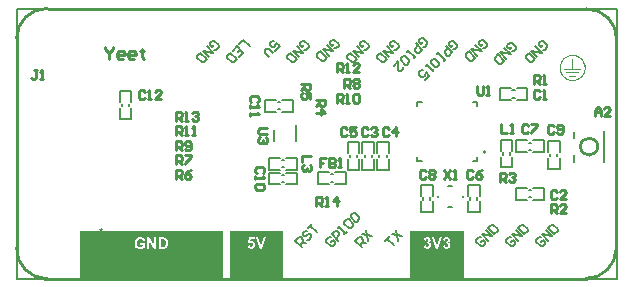
<source format=gbr>
%TF.GenerationSoftware,Altium Limited,Altium Designer,20.0.10 (225)*%
G04 Layer_Color=65535*
%FSLAX26Y26*%
%MOIN*%
%TF.FileFunction,Legend,Top*%
%TF.Part,Single*%
G01*
G75*
%TA.AperFunction,NonConductor*%
%ADD29C,0.005000*%
%ADD38C,0.010000*%
%ADD48C,0.005906*%
%ADD49C,0.007874*%
%ADD50C,0.006000*%
%ADD51C,0.000000*%
%ADD52C,0.010079*%
G36*
X698819Y14567D02*
X221513D01*
Y172047D01*
X698819D01*
Y14567D01*
D02*
G37*
G36*
X900356D02*
X723190D01*
Y172047D01*
X900356D01*
Y14567D01*
D02*
G37*
G36*
X1500906D02*
X1323740D01*
Y172047D01*
X1500906D01*
Y14567D01*
D02*
G37*
G36*
X1865766Y760474D02*
X1866321D01*
X1866876Y760419D01*
X1867542Y760308D01*
X1868319Y760252D01*
X1869096Y760141D01*
X1869984Y760030D01*
X1870927Y759864D01*
X1872925Y759475D01*
X1875145Y758920D01*
X1877532Y758254D01*
X1879974Y757422D01*
X1882527Y756367D01*
X1883859Y755757D01*
X1885135Y755146D01*
X1886467Y754425D01*
X1887744Y753648D01*
X1889076Y752815D01*
X1890352Y751927D01*
X1891629Y750984D01*
X1892905Y749985D01*
X1894126Y748875D01*
X1895347Y747709D01*
X1895403Y747654D01*
X1895514Y747543D01*
X1895680Y747376D01*
X1895902Y747154D01*
X1896180Y746821D01*
X1896513Y746433D01*
X1896901Y745933D01*
X1897345Y745434D01*
X1897845Y744823D01*
X1898344Y744213D01*
X1898844Y743491D01*
X1899399Y742714D01*
X1899954Y741882D01*
X1900564Y740994D01*
X1901175Y740050D01*
X1901785Y739051D01*
X1902951Y736942D01*
X1904116Y734556D01*
X1905171Y732058D01*
X1906170Y729339D01*
X1907002Y726453D01*
X1907335Y724954D01*
X1907613Y723400D01*
X1907835Y721846D01*
X1908001Y720237D01*
X1908112Y718572D01*
X1908168Y716907D01*
Y716851D01*
Y716685D01*
Y716463D01*
Y716130D01*
X1908112Y715686D01*
Y715131D01*
X1908057Y714576D01*
X1907946Y713854D01*
X1907890Y713133D01*
X1907779Y712300D01*
X1907668Y711468D01*
X1907502Y710524D01*
X1907113Y708471D01*
X1906558Y706251D01*
X1905892Y703920D01*
X1905060Y701422D01*
X1904005Y698869D01*
X1903395Y697537D01*
X1902784Y696261D01*
X1902063Y694929D01*
X1901286Y693597D01*
X1900453Y692320D01*
X1899565Y690988D01*
X1898622Y689712D01*
X1897623Y688435D01*
X1896513Y687214D01*
X1895347Y685993D01*
X1895292Y685938D01*
X1895181Y685827D01*
X1895014Y685660D01*
X1894792Y685438D01*
X1894459Y685161D01*
X1894071Y684828D01*
X1893571Y684439D01*
X1893072Y683995D01*
X1892461Y683551D01*
X1891851Y683052D01*
X1891129Y682497D01*
X1890352Y681942D01*
X1889520Y681387D01*
X1888632Y680776D01*
X1887688Y680221D01*
X1886689Y679611D01*
X1884580Y678445D01*
X1882194Y677280D01*
X1879696Y676170D01*
X1876977Y675226D01*
X1874091Y674394D01*
X1872592Y674061D01*
X1871038Y673783D01*
X1869484Y673561D01*
X1867875Y673395D01*
X1866210Y673284D01*
X1864545Y673228D01*
X1863768D01*
X1863324Y673284D01*
X1862769Y673339D01*
X1862214D01*
X1861492Y673450D01*
X1860771Y673506D01*
X1859938Y673617D01*
X1859106Y673728D01*
X1858162Y673894D01*
X1856109Y674283D01*
X1853889Y674838D01*
X1851558Y675504D01*
X1849060Y676336D01*
X1846507Y677391D01*
X1845175Y677946D01*
X1843899Y678612D01*
X1842567Y679333D01*
X1841235Y680055D01*
X1839958Y680887D01*
X1838626Y681775D01*
X1837350Y682719D01*
X1836073Y683773D01*
X1834852Y684828D01*
X1833631Y685993D01*
X1833576Y686049D01*
X1833465Y686160D01*
X1833298Y686326D01*
X1833076Y686604D01*
X1832799Y686881D01*
X1832466Y687270D01*
X1832077Y687769D01*
X1831633Y688269D01*
X1831189Y688879D01*
X1830690Y689545D01*
X1830135Y690211D01*
X1829580Y690988D01*
X1829025Y691821D01*
X1828414Y692709D01*
X1827859Y693652D01*
X1827249Y694651D01*
X1826083Y696816D01*
X1824918Y699202D01*
X1823808Y701700D01*
X1822864Y704419D01*
X1822032Y707361D01*
X1821699Y708859D01*
X1821421Y710413D01*
X1821199Y711967D01*
X1821033Y713577D01*
X1820922Y715242D01*
X1820866Y716907D01*
Y716962D01*
Y717129D01*
Y717351D01*
Y717684D01*
X1820922Y718128D01*
X1820977Y718683D01*
Y719238D01*
X1821088Y719904D01*
X1821144Y720681D01*
X1821255Y721458D01*
X1821366Y722346D01*
X1821532Y723289D01*
X1821921Y725287D01*
X1822476Y727507D01*
X1823142Y729894D01*
X1823974Y732336D01*
X1825029Y734889D01*
X1825584Y736221D01*
X1826250Y737497D01*
X1826971Y738829D01*
X1827693Y740106D01*
X1828525Y741438D01*
X1829413Y742714D01*
X1830357Y743991D01*
X1831411Y745267D01*
X1832466Y746488D01*
X1833631Y747709D01*
X1833687Y747765D01*
X1833798Y747876D01*
X1833964Y748042D01*
X1834242Y748264D01*
X1834519Y748542D01*
X1834908Y748875D01*
X1835407Y749263D01*
X1835907Y749707D01*
X1836517Y750207D01*
X1837183Y750706D01*
X1837849Y751206D01*
X1838626Y751761D01*
X1839459Y752316D01*
X1840347Y752926D01*
X1841290Y753537D01*
X1842289Y754147D01*
X1844454Y755313D01*
X1846840Y756478D01*
X1849338Y757533D01*
X1852057Y758532D01*
X1854999Y759364D01*
X1856497Y759697D01*
X1858051Y759975D01*
X1859605Y760197D01*
X1861215Y760363D01*
X1862880Y760474D01*
X1864545Y760530D01*
X1865322D01*
X1865766Y760474D01*
D02*
G37*
%LPC*%
G36*
X404105Y145838D02*
Y145810D01*
D01*
Y145838D01*
D02*
G37*
G36*
Y144363D02*
Y144281D01*
D01*
Y144363D01*
D02*
G37*
G36*
Y142616D02*
Y142561D01*
D01*
Y142616D01*
D02*
G37*
G36*
X423325Y152362D02*
X404105D01*
X422861D01*
X421878Y152335D01*
X420922Y152280D01*
X419994Y152198D01*
X419148Y152062D01*
X418356Y151925D01*
X417619Y151762D01*
X416909Y151598D01*
X416281Y151434D01*
X415735Y151243D01*
X415244Y151079D01*
X414807Y150915D01*
X414452Y150779D01*
X414179Y150642D01*
X413961Y150560D01*
X413851Y150506D01*
X413797Y150478D01*
X412923Y149987D01*
X412132Y149468D01*
X411367Y148922D01*
X410657Y148349D01*
X410002Y147749D01*
X409429Y147175D01*
X408883Y146602D01*
X408392Y146029D01*
X407982Y145510D01*
X407600Y145018D01*
X407272Y144582D01*
X407026Y144200D01*
X406835Y143872D01*
X406672Y143626D01*
X406590Y143490D01*
X406562Y143435D01*
X406126Y142561D01*
X405743Y141661D01*
X405416Y140760D01*
X405143Y139859D01*
X404897Y138985D01*
X404706Y138112D01*
X404542Y137265D01*
X404406Y136474D01*
X404324Y135737D01*
X404242Y135054D01*
X404187Y134453D01*
X404133Y133935D01*
Y133525D01*
X404105Y133361D01*
Y113296D01*
D01*
Y132952D01*
X404133Y131942D01*
X404215Y130959D01*
X404324Y130004D01*
X404460Y129075D01*
X404624Y128202D01*
X404815Y127383D01*
X405006Y126591D01*
X405225Y125881D01*
X405416Y125226D01*
X405607Y124625D01*
X405798Y124134D01*
X405962Y123697D01*
X406126Y123342D01*
X406235Y123097D01*
X406289Y122933D01*
X406317Y122878D01*
X406753Y122032D01*
X407245Y121240D01*
X407736Y120503D01*
X408282Y119821D01*
X408828Y119193D01*
X409374Y118592D01*
X409920Y118073D01*
X410439Y117609D01*
X410958Y117172D01*
X411422Y116818D01*
X411831Y116490D01*
X412214Y116244D01*
X412514Y116053D01*
X412732Y115889D01*
X412869Y115808D01*
X412923Y115780D01*
X413770Y115343D01*
X414643Y114961D01*
X415517Y114634D01*
X416418Y114333D01*
X417291Y114115D01*
X418138Y113897D01*
X418957Y113733D01*
X419748Y113596D01*
X420485Y113514D01*
X421168Y113432D01*
X421769Y113378D01*
X422287Y113323D01*
X422697D01*
X422861Y113296D01*
X439432D01*
Y134208D01*
X422997D01*
Y127820D01*
X431733D01*
Y123015D01*
X431050Y122523D01*
X430341Y122087D01*
X429658Y121704D01*
X429003Y121377D01*
X428703Y121240D01*
X428430Y121104D01*
X428184Y120995D01*
X427993Y120913D01*
X427829Y120831D01*
X427693Y120803D01*
X427611Y120749D01*
X427583D01*
X426683Y120448D01*
X425809Y120203D01*
X425017Y120039D01*
X424635Y119984D01*
X424280Y119930D01*
X423952Y119903D01*
X423680Y119875D01*
X423406Y119848D01*
X423188D01*
X423024Y119821D01*
X422779D01*
X421905Y119848D01*
X421059Y119957D01*
X420267Y120121D01*
X419530Y120339D01*
X418820Y120612D01*
X418165Y120885D01*
X417592Y121186D01*
X417046Y121513D01*
X416582Y121814D01*
X416145Y122114D01*
X415790Y122414D01*
X415490Y122660D01*
X415244Y122878D01*
X415080Y123042D01*
X414971Y123151D01*
X414943Y123178D01*
X414425Y123834D01*
X413961Y124571D01*
X413551Y125362D01*
X413224Y126181D01*
X412923Y127001D01*
X412705Y127847D01*
X412486Y128666D01*
X412350Y129485D01*
X412214Y130249D01*
X412132Y130959D01*
X412050Y131587D01*
X412022Y132160D01*
X411995Y132406D01*
Y132624D01*
X411968Y132788D01*
Y132952D01*
Y133088D01*
Y133170D01*
Y133225D01*
Y133252D01*
X411995Y134371D01*
X412104Y135436D01*
X412241Y136419D01*
X412432Y137347D01*
X412650Y138194D01*
X412896Y138958D01*
X413169Y139668D01*
X413442Y140296D01*
X413715Y140842D01*
X413988Y141306D01*
X414234Y141715D01*
X414452Y142043D01*
X414643Y142316D01*
X414780Y142507D01*
X414889Y142616D01*
X414916Y142643D01*
X415490Y143217D01*
X416117Y143708D01*
X416745Y144118D01*
X417401Y144500D01*
X418056Y144800D01*
X418738Y145046D01*
X419366Y145264D01*
X419994Y145428D01*
X420595Y145565D01*
X421113Y145674D01*
X421605Y145728D01*
X422041Y145783D01*
X422369Y145810D01*
X422642Y145838D01*
X422861D01*
X423461Y145810D01*
X424034Y145756D01*
X424608Y145674D01*
X425099Y145592D01*
X425591Y145455D01*
X426055Y145319D01*
X426464Y145182D01*
X426846Y145018D01*
X427174Y144855D01*
X427474Y144718D01*
X427747Y144582D01*
X427966Y144445D01*
X428129Y144363D01*
X428239Y144281D01*
X428320Y144227D01*
X428348Y144200D01*
X428757Y143899D01*
X429112Y143544D01*
X429440Y143189D01*
X429767Y142834D01*
X430040Y142480D01*
X430286Y142097D01*
X430505Y141743D01*
X430696Y141415D01*
X430859Y141087D01*
X430996Y140787D01*
X431132Y140514D01*
X431214Y140296D01*
X431296Y140105D01*
X431351Y139941D01*
X431378Y139859D01*
Y139832D01*
X438940Y141251D01*
X438695Y142207D01*
X438394Y143080D01*
X438039Y143927D01*
X437657Y144718D01*
X437248Y145428D01*
X436811Y146111D01*
X436401Y146711D01*
X435964Y147257D01*
X435555Y147749D01*
X435146Y148185D01*
X434791Y148540D01*
X434463Y148840D01*
X434217Y149086D01*
X433999Y149250D01*
X433890Y149359D01*
X433835Y149387D01*
X433071Y149905D01*
X432224Y150369D01*
X431351Y150779D01*
X430450Y151106D01*
X429549Y151407D01*
X428621Y151625D01*
X427720Y151844D01*
X426874Y151980D01*
X426055Y152117D01*
X425290Y152198D01*
X424608Y152280D01*
X424007Y152308D01*
X423761Y152335D01*
X423543D01*
X423325Y152362D01*
D02*
G37*
G36*
X404105Y137347D02*
Y137265D01*
D01*
Y137347D01*
D02*
G37*
G36*
X516226Y127383D02*
Y127301D01*
D01*
Y127383D01*
D02*
G37*
G36*
X476505Y151734D02*
X456345D01*
X469434D01*
Y126427D01*
X453928Y151734D01*
X446530D01*
Y113951D01*
X453600D01*
Y138685D01*
X468861Y113951D01*
X476505D01*
Y151734D01*
D02*
G37*
G36*
X516226Y125936D02*
Y125909D01*
D01*
Y125936D01*
D02*
G37*
G36*
X499246Y151734D02*
X484558D01*
Y113951D01*
X516226Y113951D01*
X499655Y113951D01*
X500392Y113978D01*
X501075Y114033D01*
X501730Y114088D01*
X502331Y114142D01*
X502904Y114197D01*
X503396Y114279D01*
X503860Y114361D01*
X504269Y114415D01*
X504624Y114497D01*
X504952Y114552D01*
X505197Y114634D01*
X505388Y114661D01*
X505552Y114716D01*
X505634Y114743D01*
X505661D01*
X506289Y114961D01*
X506863Y115180D01*
X507409Y115425D01*
X507927Y115671D01*
X508391Y115917D01*
X508828Y116162D01*
X509238Y116408D01*
X509593Y116654D01*
X509920Y116872D01*
X510193Y117091D01*
X510439Y117254D01*
X510657Y117418D01*
X510794Y117555D01*
X510930Y117664D01*
X510985Y117719D01*
X511012Y117746D01*
X511504Y118237D01*
X511940Y118783D01*
X512350Y119329D01*
X512759Y119875D01*
X513114Y120449D01*
X513442Y120995D01*
X513742Y121541D01*
X514015Y122059D01*
X514261Y122551D01*
X514479Y122987D01*
X514643Y123397D01*
X514780Y123752D01*
X514916Y124025D01*
X514998Y124243D01*
X515025Y124380D01*
X515053Y124434D01*
X515271Y125090D01*
X515435Y125745D01*
X515735Y127110D01*
X515953Y128447D01*
X516008Y129103D01*
X516090Y129703D01*
X516117Y130277D01*
X516172Y130795D01*
X516199Y131287D01*
Y131669D01*
X516226Y131996D01*
Y133443D01*
X516172Y134372D01*
X516117Y135273D01*
X516035Y136091D01*
X515926Y136883D01*
X515817Y137620D01*
X515708Y138303D01*
X515599Y138931D01*
X515489Y139477D01*
X515380Y139968D01*
X515271Y140378D01*
X515162Y140732D01*
X515080Y141033D01*
X515025Y141224D01*
X514998Y141360D01*
X514971Y141388D01*
X514725Y142043D01*
X514452Y142698D01*
X514179Y143299D01*
X513879Y143872D01*
X513578Y144418D01*
X513278Y144909D01*
X513005Y145374D01*
X512705Y145810D01*
X512432Y146192D01*
X512186Y146520D01*
X511968Y146820D01*
X511749Y147066D01*
X511586Y147257D01*
X511476Y147394D01*
X511394Y147476D01*
X511367Y147503D01*
X510903Y147967D01*
X510439Y148376D01*
X509947Y148759D01*
X509483Y149114D01*
X508992Y149414D01*
X508528Y149714D01*
X508064Y149960D01*
X507627Y150206D01*
X507217Y150397D01*
X506835Y150560D01*
X506508Y150697D01*
X506207Y150806D01*
X505989Y150888D01*
X505798Y150943D01*
X505689Y150997D01*
X505661D01*
X505170Y151134D01*
X504651Y151243D01*
X504078Y151352D01*
X503505Y151434D01*
X502303Y151543D01*
X501730Y151598D01*
X501157Y151652D01*
X500611Y151680D01*
X500120Y151707D01*
X499655D01*
X499246Y151734D01*
D02*
G37*
%LPD*%
G36*
X439432Y113296D02*
X423270D01*
X424144Y113323D01*
X425017Y113378D01*
X425863Y113460D01*
X426683Y113569D01*
X427474Y113705D01*
X428239Y113842D01*
X428948Y114006D01*
X429631Y114169D01*
X430231Y114333D01*
X430777Y114497D01*
X431269Y114634D01*
X431678Y114770D01*
X432033Y114879D01*
X432279Y114961D01*
X432416Y115016D01*
X432470Y115043D01*
X433289Y115371D01*
X434081Y115726D01*
X434818Y116081D01*
X435473Y116435D01*
X436101Y116790D01*
X436674Y117118D01*
X437193Y117445D01*
X437657Y117746D01*
X438067Y118046D01*
X438421Y118319D01*
X438749Y118537D01*
X438995Y118756D01*
X439186Y118920D01*
X439322Y119029D01*
X439404Y119111D01*
X439432Y119138D01*
Y113296D01*
D02*
G37*
G36*
X497198Y145319D02*
X497908D01*
X498536Y145292D01*
X499109Y145264D01*
X499628Y145237D01*
X500092Y145182D01*
X500474Y145155D01*
X500829Y145128D01*
X501102Y145073D01*
X501348Y145046D01*
X501539Y145018D01*
X501676Y144991D01*
X501785D01*
X501839Y144964D01*
X501867D01*
X502631Y144745D01*
X503341Y144500D01*
X503942Y144200D01*
X504460Y143899D01*
X504870Y143626D01*
X505034Y143517D01*
X505170Y143408D01*
X505279Y143326D01*
X505361Y143244D01*
X505388Y143217D01*
X505416Y143189D01*
X505907Y142643D01*
X506344Y142070D01*
X506699Y141470D01*
X507026Y140869D01*
X507245Y140350D01*
X507354Y140105D01*
X507436Y139913D01*
X507490Y139750D01*
X507545Y139641D01*
X507572Y139559D01*
Y139531D01*
X507709Y139067D01*
X507845Y138576D01*
X507927Y138030D01*
X508036Y137484D01*
X508173Y136364D01*
X508228Y135819D01*
X508255Y135300D01*
X508310Y134781D01*
X508337Y134317D01*
Y133907D01*
X508364Y133525D01*
Y133225D01*
Y133007D01*
Y132870D01*
Y132815D01*
Y132024D01*
X508337Y131259D01*
X508282Y130550D01*
X508255Y129894D01*
X508173Y129267D01*
X508118Y128720D01*
X508036Y128202D01*
X507982Y127738D01*
X507900Y127301D01*
X507818Y126946D01*
X507764Y126618D01*
X507709Y126373D01*
X507654Y126182D01*
X507600Y126018D01*
X507572Y125936D01*
Y125909D01*
X507436Y125444D01*
X507272Y125035D01*
X507108Y124625D01*
X506945Y124270D01*
X506781Y123943D01*
X506617Y123643D01*
X506453Y123370D01*
X506289Y123124D01*
X506153Y122906D01*
X506016Y122742D01*
X505880Y122578D01*
X505798Y122469D01*
X505689Y122359D01*
X505634Y122305D01*
X505607Y122278D01*
X505579Y122250D01*
X505088Y121868D01*
X504569Y121540D01*
X504078Y121267D01*
X503587Y121076D01*
X503150Y120913D01*
X502959Y120831D01*
X502795Y120776D01*
X502686Y120749D01*
X502577Y120722D01*
X502522Y120694D01*
X502495D01*
X502222Y120640D01*
X501894Y120585D01*
X501184Y120503D01*
X500420Y120421D01*
X499655Y120394D01*
X499300Y120367D01*
X498973D01*
X498673Y120339D01*
X492175D01*
Y145346D01*
X496434D01*
X497198Y145319D01*
D02*
G37*
%LPC*%
G36*
X842854Y152362D02*
X834746D01*
X825518Y124407D01*
X815936Y152362D01*
X807692D01*
X821178Y114579D01*
X829395D01*
X842854Y152362D01*
D02*
G37*
G36*
X804415Y151871D02*
X780692D01*
X785278D01*
X781565Y132215D01*
X787408Y131369D01*
X787872Y131860D01*
X788363Y132269D01*
X788855Y132652D01*
X789319Y132952D01*
X789810Y133225D01*
X790274Y133443D01*
X790711Y133634D01*
X791148Y133771D01*
X791530Y133907D01*
X791885Y133989D01*
X792212Y134044D01*
X792485Y134071D01*
X792704Y134099D01*
X792868Y134126D01*
X793004D01*
X793468Y134099D01*
X793905Y134044D01*
X794287Y133962D01*
X794697Y133853D01*
X795379Y133580D01*
X795679Y133416D01*
X795952Y133252D01*
X796198Y133088D01*
X796417Y132925D01*
X796608Y132788D01*
X796771Y132652D01*
X796881Y132542D01*
X796963Y132460D01*
X797017Y132406D01*
X797044Y132379D01*
X797317Y132024D01*
X797563Y131642D01*
X797782Y131259D01*
X797973Y130822D01*
X798109Y130386D01*
X798246Y129949D01*
X798437Y129103D01*
X798491Y128693D01*
X798546Y128338D01*
X798573Y128011D01*
X798601Y127710D01*
X798628Y127465D01*
Y127301D01*
Y127164D01*
Y127137D01*
X798601Y126454D01*
X798573Y125827D01*
X798491Y125226D01*
X798382Y124680D01*
X798273Y124189D01*
X798136Y123725D01*
X797973Y123315D01*
X797836Y122933D01*
X797700Y122605D01*
X797536Y122332D01*
X797399Y122087D01*
X797290Y121895D01*
X797181Y121732D01*
X797126Y121622D01*
X797072Y121568D01*
X797044Y121540D01*
X796744Y121213D01*
X796444Y120940D01*
X796116Y120694D01*
X795789Y120476D01*
X795461Y120312D01*
X795161Y120148D01*
X794560Y119930D01*
X794014Y119821D01*
X793796Y119766D01*
X793605Y119739D01*
X793441Y119711D01*
X793222D01*
X792868Y119739D01*
X792513Y119766D01*
X791830Y119930D01*
X791230Y120148D01*
X790711Y120421D01*
X790301Y120694D01*
X790110Y120803D01*
X789974Y120913D01*
X789865Y120995D01*
X789783Y121076D01*
X789728Y121104D01*
X789701Y121131D01*
X789428Y121404D01*
X789182Y121704D01*
X788800Y122332D01*
X788472Y122987D01*
X788227Y123615D01*
X788063Y124161D01*
X788008Y124407D01*
X787981Y124598D01*
X787926Y124762D01*
Y124898D01*
X787899Y124980D01*
Y125008D01*
X780692Y124243D01*
X780828Y123370D01*
X781047Y122578D01*
X781292Y121786D01*
X781565Y121076D01*
X781893Y120394D01*
X782221Y119793D01*
X782548Y119220D01*
X782903Y118701D01*
X783231Y118237D01*
X783558Y117855D01*
X783831Y117500D01*
X784104Y117227D01*
X784323Y117009D01*
X784486Y116845D01*
X784596Y116736D01*
X784623Y116708D01*
X785251Y116217D01*
X785933Y115780D01*
X786643Y115425D01*
X787353Y115098D01*
X788063Y114825D01*
X788773Y114606D01*
X789455Y114415D01*
X790110Y114279D01*
X790738Y114169D01*
X791312Y114060D01*
X791830Y114006D01*
X792267Y113978D01*
X792649Y113951D01*
X792922Y113924D01*
X806081D01*
Y127246D01*
X806053Y128284D01*
X805944Y129239D01*
X805780Y130167D01*
X805562Y131041D01*
X805316Y131833D01*
X805016Y132597D01*
X804716Y133280D01*
X804415Y133907D01*
X804088Y134453D01*
X803788Y134945D01*
X803515Y135382D01*
X803242Y135737D01*
X803023Y136010D01*
X802859Y136201D01*
X802750Y136337D01*
X802723Y136364D01*
X802068Y136992D01*
X801413Y137538D01*
X800730Y138002D01*
X800020Y138412D01*
X799338Y138739D01*
X798655Y139040D01*
X798000Y139258D01*
X797372Y139449D01*
X796799Y139586D01*
X796253Y139695D01*
X795789Y139777D01*
X795352Y139832D01*
X795024Y139859D01*
X794779Y139886D01*
X794096D01*
X793632Y139832D01*
X792704Y139695D01*
X791885Y139504D01*
X791475Y139395D01*
X791120Y139286D01*
X790793Y139149D01*
X790492Y139040D01*
X790247Y138931D01*
X790001Y138849D01*
X789837Y138767D01*
X789701Y138712D01*
X789619Y138685D01*
X789592Y138658D01*
X790765Y145100D01*
X804415D01*
Y151871D01*
D02*
G37*
%LPD*%
G36*
X806081Y113924D02*
X793141D01*
X793741Y113951D01*
X794342Y113978D01*
X795461Y114142D01*
X796526Y114388D01*
X797509Y114716D01*
X798409Y115070D01*
X799256Y115507D01*
X800020Y115944D01*
X800703Y116435D01*
X801303Y116900D01*
X801849Y117336D01*
X802313Y117773D01*
X802668Y118128D01*
X802969Y118456D01*
X803187Y118701D01*
X803296Y118865D01*
X803351Y118920D01*
X803842Y119629D01*
X804252Y120339D01*
X804607Y121049D01*
X804934Y121759D01*
X805207Y122469D01*
X805426Y123151D01*
X805589Y123834D01*
X805753Y124462D01*
X805862Y125035D01*
X805944Y125581D01*
X805999Y126045D01*
X806026Y126454D01*
X806053Y126782D01*
X806081Y127028D01*
Y113924D01*
D02*
G37*
%LPC*%
G36*
X1430027Y152226D02*
X1421919D01*
X1412691Y124270D01*
X1403109Y152226D01*
X1394865D01*
X1408351Y114442D01*
X1394865D01*
X1430027D01*
D01*
X1416568D01*
X1430027Y152226D01*
D02*
G37*
G36*
X1457136Y152362D02*
X1432047D01*
X1443677D01*
X1443104Y152308D01*
X1442039Y152171D01*
X1441548Y152089D01*
X1441083Y151980D01*
X1440647Y151898D01*
X1440237Y151789D01*
X1439882Y151680D01*
X1439555Y151571D01*
X1439282Y151461D01*
X1439036Y151379D01*
X1438845Y151298D01*
X1438708Y151243D01*
X1438627Y151216D01*
X1438599Y151188D01*
X1437698Y150724D01*
X1437316Y150451D01*
X1436934Y150178D01*
X1436579Y149933D01*
X1436251Y149660D01*
X1435951Y149387D01*
X1435705Y149141D01*
X1435460Y148895D01*
X1435241Y148677D01*
X1435078Y148486D01*
X1434941Y148294D01*
X1434804Y148158D01*
X1434723Y148049D01*
X1434695Y147994D01*
X1434668Y147967D01*
X1434422Y147557D01*
X1434177Y147148D01*
X1433767Y146247D01*
X1433412Y145319D01*
X1433112Y144445D01*
X1432975Y144063D01*
X1432893Y143681D01*
X1432784Y143353D01*
X1432730Y143053D01*
X1432675Y142807D01*
X1432620Y142643D01*
X1432593Y142507D01*
Y142480D01*
X1439254Y141360D01*
X1439309Y141797D01*
X1439391Y142234D01*
X1439500Y142616D01*
X1439609Y142971D01*
X1439746Y143326D01*
X1439882Y143626D01*
X1440019Y143899D01*
X1440155Y144145D01*
X1440292Y144363D01*
X1440401Y144554D01*
X1440537Y144718D01*
X1440619Y144855D01*
X1440729Y144964D01*
X1440783Y145046D01*
X1440811Y145073D01*
X1440838Y145100D01*
X1441083Y145319D01*
X1441357Y145537D01*
X1441902Y145865D01*
X1442448Y146083D01*
X1442940Y146247D01*
X1443377Y146356D01*
X1443568Y146383D01*
X1443732D01*
X1443841Y146411D01*
X1444032D01*
X1444714Y146356D01*
X1445288Y146220D01*
X1445806Y146056D01*
X1446243Y145838D01*
X1446598Y145619D01*
X1446844Y145455D01*
X1447008Y145319D01*
X1447062Y145264D01*
X1447444Y144800D01*
X1447717Y144309D01*
X1447936Y143817D01*
X1448072Y143326D01*
X1448154Y142889D01*
X1448181Y142725D01*
Y142561D01*
X1448209Y142425D01*
Y142316D01*
Y142261D01*
Y142234D01*
X1448181Y141824D01*
X1448154Y141442D01*
X1448072Y141060D01*
X1447963Y140732D01*
X1447717Y140105D01*
X1447444Y139586D01*
X1447281Y139367D01*
X1447144Y139176D01*
X1447008Y139012D01*
X1446898Y138876D01*
X1446789Y138767D01*
X1446707Y138685D01*
X1446680Y138658D01*
X1446653Y138630D01*
X1446352Y138385D01*
X1446025Y138194D01*
X1445670Y138030D01*
X1445288Y137866D01*
X1444551Y137648D01*
X1443813Y137511D01*
X1443486Y137456D01*
X1443158Y137429D01*
X1442885Y137402D01*
X1442640Y137375D01*
X1442148D01*
X1441357Y131478D01*
X1442039Y131669D01*
X1442667Y131805D01*
X1443240Y131887D01*
X1443732Y131969D01*
X1444114Y131996D01*
X1444278D01*
X1444414Y132024D01*
X1444660D01*
X1445042Y131996D01*
X1445424Y131942D01*
X1445779Y131887D01*
X1446107Y131778D01*
X1446707Y131505D01*
X1447226Y131232D01*
X1447663Y130932D01*
X1447827Y130795D01*
X1447963Y130659D01*
X1448100Y130549D01*
X1448181Y130495D01*
X1448209Y130440D01*
X1448236Y130413D01*
X1448509Y130113D01*
X1448727Y129758D01*
X1448919Y129403D01*
X1449082Y129048D01*
X1449355Y128338D01*
X1449519Y127628D01*
X1449601Y127328D01*
X1449628Y127028D01*
X1449656Y126755D01*
X1449683Y126536D01*
X1449710Y126345D01*
Y126181D01*
Y126100D01*
Y126072D01*
X1449683Y125554D01*
X1449656Y125035D01*
X1449574Y124571D01*
X1449465Y124134D01*
X1449355Y123725D01*
X1449219Y123342D01*
X1449082Y123015D01*
X1448946Y122687D01*
X1448782Y122414D01*
X1448646Y122168D01*
X1448509Y121977D01*
X1448400Y121786D01*
X1448291Y121650D01*
X1448209Y121568D01*
X1448181Y121513D01*
X1448154Y121486D01*
X1447854Y121186D01*
X1447554Y120940D01*
X1447253Y120694D01*
X1446926Y120503D01*
X1446598Y120339D01*
X1446298Y120203D01*
X1445697Y120012D01*
X1445178Y119875D01*
X1444960Y119848D01*
X1444769Y119821D01*
X1444605Y119793D01*
X1444387D01*
X1444005Y119821D01*
X1443650Y119848D01*
X1442967Y120012D01*
X1442367Y120230D01*
X1441848Y120503D01*
X1441411Y120749D01*
X1441247Y120858D01*
X1441111Y120967D01*
X1441002Y121049D01*
X1440920Y121131D01*
X1440865Y121158D01*
X1440838Y121186D01*
X1440592Y121459D01*
X1440346Y121759D01*
X1439964Y122441D01*
X1439637Y123124D01*
X1439418Y123779D01*
X1439309Y124079D01*
X1439254Y124380D01*
X1439172Y124625D01*
X1439145Y124871D01*
X1439091Y125062D01*
Y125199D01*
X1439063Y125281D01*
Y125308D01*
X1432047Y124434D01*
X1432184Y123561D01*
X1432375Y122742D01*
X1432593Y121950D01*
X1432866Y121240D01*
X1433194Y120558D01*
X1433521Y119903D01*
X1433849Y119329D01*
X1434204Y118811D01*
X1434532Y118346D01*
X1434859Y117910D01*
X1435159Y117555D01*
X1435405Y117282D01*
X1435623Y117036D01*
X1435815Y116872D01*
X1435924Y116763D01*
X1435951Y116736D01*
X1436606Y116217D01*
X1437289Y115753D01*
X1437999Y115371D01*
X1438708Y115043D01*
X1439418Y114743D01*
X1440128Y114497D01*
X1440811Y114306D01*
X1441466Y114169D01*
X1442094Y114033D01*
X1442640Y113951D01*
X1443158Y113869D01*
X1443595Y113842D01*
X1443950Y113815D01*
X1444223Y113787D01*
X1444441D01*
X1445424Y113815D01*
X1446380Y113951D01*
X1447281Y114115D01*
X1448127Y114333D01*
X1448946Y114606D01*
X1449683Y114907D01*
X1450366Y115207D01*
X1450993Y115534D01*
X1451539Y115862D01*
X1452058Y116190D01*
X1452468Y116463D01*
X1452822Y116736D01*
X1453095Y116954D01*
X1453314Y117145D01*
X1453423Y117254D01*
X1453478Y117282D01*
X1454133Y117964D01*
X1454679Y118647D01*
X1455170Y119356D01*
X1455607Y120094D01*
X1455935Y120803D01*
X1456235Y121513D01*
X1456481Y122196D01*
X1456672Y122851D01*
X1456836Y123451D01*
X1456945Y123998D01*
X1457027Y124516D01*
X1457081Y124926D01*
X1457109Y125281D01*
X1457136Y125554D01*
Y125772D01*
X1457109Y126400D01*
X1457054Y127001D01*
X1456945Y127574D01*
X1456836Y128120D01*
X1456699Y128638D01*
X1456535Y129130D01*
X1456344Y129567D01*
X1456180Y129976D01*
X1455989Y130331D01*
X1455798Y130659D01*
X1455634Y130959D01*
X1455498Y131177D01*
X1455389Y131369D01*
X1455280Y131505D01*
X1455225Y131587D01*
X1455198Y131614D01*
X1454815Y132051D01*
X1454406Y132433D01*
X1453996Y132815D01*
X1453560Y133116D01*
X1453150Y133416D01*
X1452713Y133662D01*
X1452276Y133880D01*
X1451867Y134071D01*
X1451485Y134235D01*
X1451130Y134371D01*
X1450830Y134508D01*
X1450557Y134590D01*
X1450311Y134644D01*
X1450147Y134699D01*
X1450038Y134726D01*
X1450011D01*
X1450502Y134999D01*
X1450966Y135300D01*
X1451403Y135600D01*
X1451812Y135928D01*
X1452195Y136228D01*
X1452550Y136555D01*
X1453177Y137211D01*
X1453696Y137893D01*
X1454133Y138548D01*
X1454488Y139204D01*
X1454788Y139804D01*
X1455006Y140405D01*
X1455170Y140951D01*
X1455307Y141415D01*
X1455389Y141852D01*
X1455443Y142207D01*
X1455471Y142452D01*
Y142616D01*
Y142671D01*
X1455443Y143326D01*
X1455361Y143954D01*
X1455225Y144554D01*
X1455061Y145128D01*
X1454843Y145674D01*
X1454624Y146192D01*
X1454379Y146684D01*
X1454133Y147121D01*
X1453887Y147530D01*
X1453641Y147885D01*
X1453423Y148185D01*
X1453205Y148458D01*
X1453041Y148677D01*
X1452904Y148813D01*
X1452822Y148922D01*
X1452795Y148950D01*
X1452167Y149550D01*
X1451512Y150069D01*
X1450802Y150533D01*
X1450092Y150915D01*
X1449383Y151243D01*
X1448673Y151543D01*
X1447990Y151762D01*
X1447308Y151925D01*
X1446680Y152089D01*
X1446107Y152171D01*
X1445588Y152253D01*
X1445124Y152308D01*
X1444769Y152335D01*
X1444496Y152362D01*
X1457136D01*
D02*
G37*
G36*
X1392599D02*
X1367510D01*
X1379140D01*
X1378566Y152308D01*
X1377502Y152171D01*
X1377010Y152089D01*
X1376546Y151980D01*
X1376110Y151898D01*
X1375700Y151789D01*
X1375345Y151680D01*
X1375017Y151571D01*
X1374745Y151461D01*
X1374499Y151379D01*
X1374308Y151298D01*
X1374171Y151243D01*
X1374089Y151216D01*
X1374062Y151188D01*
X1373161Y150724D01*
X1372779Y150451D01*
X1372397Y150178D01*
X1372042Y149933D01*
X1371714Y149660D01*
X1371414Y149387D01*
X1371168Y149141D01*
X1370922Y148895D01*
X1370704Y148677D01*
X1370540Y148486D01*
X1370404Y148294D01*
X1370267Y148158D01*
X1370185Y148049D01*
X1370158Y147994D01*
X1370131Y147967D01*
X1369885Y147557D01*
X1369639Y147148D01*
X1369230Y146247D01*
X1368875Y145319D01*
X1368575Y144445D01*
X1368438Y144063D01*
X1368356Y143681D01*
X1368247Y143353D01*
X1368193Y143053D01*
X1368138Y142807D01*
X1368083Y142643D01*
X1368056Y142507D01*
Y142480D01*
X1374717Y141360D01*
X1374772Y141797D01*
X1374854Y142234D01*
X1374963Y142616D01*
X1375072Y142971D01*
X1375209Y143326D01*
X1375345Y143626D01*
X1375482Y143899D01*
X1375618Y144145D01*
X1375755Y144363D01*
X1375864Y144554D01*
X1376000Y144718D01*
X1376082Y144855D01*
X1376191Y144964D01*
X1376246Y145046D01*
X1376273Y145073D01*
X1376301Y145100D01*
X1376546Y145319D01*
X1376819Y145537D01*
X1377365Y145865D01*
X1377911Y146083D01*
X1378403Y146247D01*
X1378840Y146356D01*
X1379031Y146383D01*
X1379194D01*
X1379304Y146411D01*
X1379495D01*
X1380177Y146356D01*
X1380751Y146220D01*
X1381269Y146056D01*
X1381706Y145838D01*
X1382061Y145619D01*
X1382307Y145455D01*
X1382470Y145319D01*
X1382525Y145264D01*
X1382907Y144800D01*
X1383180Y144309D01*
X1383399Y143817D01*
X1383535Y143326D01*
X1383617Y142889D01*
X1383644Y142725D01*
Y142561D01*
X1383672Y142425D01*
Y142316D01*
Y142261D01*
Y142234D01*
X1383644Y141824D01*
X1383617Y141442D01*
X1383535Y141060D01*
X1383426Y140732D01*
X1383180Y140105D01*
X1382907Y139586D01*
X1382743Y139367D01*
X1382607Y139176D01*
X1382470Y139012D01*
X1382361Y138876D01*
X1382252Y138767D01*
X1382170Y138685D01*
X1382143Y138658D01*
X1382116Y138630D01*
X1381815Y138385D01*
X1381488Y138194D01*
X1381133Y138030D01*
X1380751Y137866D01*
X1380013Y137648D01*
X1379276Y137511D01*
X1378949Y137456D01*
X1378621Y137429D01*
X1378348Y137402D01*
X1378102Y137375D01*
X1377611D01*
X1376819Y131478D01*
X1377502Y131669D01*
X1378130Y131805D01*
X1378703Y131887D01*
X1379194Y131969D01*
X1379577Y131996D01*
X1379740D01*
X1379877Y132024D01*
X1380123D01*
X1380505Y131996D01*
X1380887Y131942D01*
X1381242Y131887D01*
X1381570Y131778D01*
X1382170Y131505D01*
X1382689Y131232D01*
X1383126Y130932D01*
X1383289Y130795D01*
X1383426Y130659D01*
X1383562Y130549D01*
X1383644Y130495D01*
X1383672Y130440D01*
X1383699Y130413D01*
X1383972Y130113D01*
X1384190Y129758D01*
X1384381Y129403D01*
X1384545Y129048D01*
X1384818Y128338D01*
X1384982Y127628D01*
X1385064Y127328D01*
X1385091Y127028D01*
X1385119Y126755D01*
X1385146Y126536D01*
X1385173Y126345D01*
Y126181D01*
Y126100D01*
Y126072D01*
X1385146Y125554D01*
X1385119Y125035D01*
X1385037Y124571D01*
X1384927Y124134D01*
X1384818Y123725D01*
X1384682Y123342D01*
X1384545Y123015D01*
X1384409Y122687D01*
X1384245Y122414D01*
X1384108Y122168D01*
X1383972Y121977D01*
X1383863Y121786D01*
X1383754Y121650D01*
X1383672Y121568D01*
X1383644Y121513D01*
X1383617Y121486D01*
X1383317Y121186D01*
X1383016Y120940D01*
X1382716Y120694D01*
X1382389Y120503D01*
X1382061Y120339D01*
X1381761Y120203D01*
X1381160Y120012D01*
X1380641Y119875D01*
X1380423Y119848D01*
X1380232Y119821D01*
X1380068Y119793D01*
X1379850D01*
X1379467Y119821D01*
X1379112Y119848D01*
X1378430Y120012D01*
X1377829Y120230D01*
X1377311Y120503D01*
X1376874Y120749D01*
X1376710Y120858D01*
X1376574Y120967D01*
X1376464Y121049D01*
X1376382Y121131D01*
X1376328Y121158D01*
X1376301Y121186D01*
X1376055Y121459D01*
X1375809Y121759D01*
X1375427Y122441D01*
X1375099Y123124D01*
X1374881Y123779D01*
X1374772Y124079D01*
X1374717Y124380D01*
X1374635Y124625D01*
X1374608Y124871D01*
X1374553Y125062D01*
Y125199D01*
X1374526Y125281D01*
Y125308D01*
X1367510Y124434D01*
X1367647Y123561D01*
X1367838Y122742D01*
X1368056Y121950D01*
X1368329Y121240D01*
X1368657Y120558D01*
X1368984Y119903D01*
X1369312Y119329D01*
X1369667Y118811D01*
X1369994Y118346D01*
X1370322Y117910D01*
X1370622Y117555D01*
X1370868Y117282D01*
X1371086Y117036D01*
X1371277Y116872D01*
X1371387Y116763D01*
X1371414Y116736D01*
X1372069Y116217D01*
X1372752Y115753D01*
X1373461Y115371D01*
X1374171Y115043D01*
X1374881Y114743D01*
X1375591Y114497D01*
X1376273Y114306D01*
X1376928Y114169D01*
X1377556Y114033D01*
X1378102Y113951D01*
X1378621Y113869D01*
X1379058Y113842D01*
X1379413Y113815D01*
X1379686Y113787D01*
X1379904D01*
X1380887Y113815D01*
X1381842Y113951D01*
X1382743Y114115D01*
X1383590Y114333D01*
X1384409Y114606D01*
X1385146Y114907D01*
X1385828Y115207D01*
X1386456Y115534D01*
X1387002Y115862D01*
X1387521Y116190D01*
X1387930Y116463D01*
X1388285Y116736D01*
X1388558Y116954D01*
X1388777Y117145D01*
X1388886Y117254D01*
X1388940Y117282D01*
X1389596Y117964D01*
X1390142Y118647D01*
X1390633Y119356D01*
X1391070Y120094D01*
X1391398Y120803D01*
X1391698Y121513D01*
X1391944Y122196D01*
X1392135Y122851D01*
X1392298Y123451D01*
X1392408Y123998D01*
X1392489Y124516D01*
X1392544Y124926D01*
X1392571Y125281D01*
X1392599Y125554D01*
Y125772D01*
X1392571Y126400D01*
X1392517Y127001D01*
X1392408Y127574D01*
X1392298Y128120D01*
X1392162Y128638D01*
X1391998Y129130D01*
X1391807Y129567D01*
X1391643Y129976D01*
X1391452Y130331D01*
X1391261Y130659D01*
X1391097Y130959D01*
X1390961Y131177D01*
X1390851Y131369D01*
X1390742Y131505D01*
X1390688Y131587D01*
X1390660Y131614D01*
X1390278Y132051D01*
X1389869Y132433D01*
X1389459Y132815D01*
X1389022Y133116D01*
X1388613Y133416D01*
X1388176Y133662D01*
X1387739Y133880D01*
X1387330Y134071D01*
X1386948Y134235D01*
X1386593Y134371D01*
X1386292Y134508D01*
X1386019Y134590D01*
X1385774Y134644D01*
X1385610Y134699D01*
X1385501Y134726D01*
X1385473D01*
X1385965Y134999D01*
X1386429Y135300D01*
X1386866Y135600D01*
X1387275Y135928D01*
X1387657Y136228D01*
X1388012Y136555D01*
X1388640Y137211D01*
X1389159Y137893D01*
X1389596Y138548D01*
X1389951Y139204D01*
X1390251Y139804D01*
X1390469Y140405D01*
X1390633Y140951D01*
X1390770Y141415D01*
X1390851Y141852D01*
X1390906Y142207D01*
X1390933Y142452D01*
Y142616D01*
Y142671D01*
X1390906Y143326D01*
X1390824Y143954D01*
X1390688Y144554D01*
X1390524Y145128D01*
X1390305Y145674D01*
X1390087Y146192D01*
X1389841Y146684D01*
X1389596Y147121D01*
X1389350Y147530D01*
X1389104Y147885D01*
X1388886Y148185D01*
X1388668Y148458D01*
X1388504Y148677D01*
X1388367Y148813D01*
X1388285Y148922D01*
X1388258Y148950D01*
X1387630Y149550D01*
X1386975Y150069D01*
X1386265Y150533D01*
X1385555Y150915D01*
X1384845Y151243D01*
X1384136Y151543D01*
X1383453Y151762D01*
X1382771Y151925D01*
X1382143Y152089D01*
X1381570Y152171D01*
X1381051Y152253D01*
X1380587Y152308D01*
X1380232Y152335D01*
X1379959Y152362D01*
X1392599D01*
D02*
G37*
G36*
X1864545Y756811D02*
X1863823D01*
X1863435Y756756D01*
X1862935D01*
X1862380Y756700D01*
X1861770Y756645D01*
X1861104Y756534D01*
X1860327Y756478D01*
X1859550Y756312D01*
X1858662Y756201D01*
X1856830Y755812D01*
X1854777Y755368D01*
X1852612Y754702D01*
X1850337Y753981D01*
X1848006Y752982D01*
X1845619Y751872D01*
X1844398Y751206D01*
X1843177Y750540D01*
X1842012Y749763D01*
X1840846Y748986D01*
X1839625Y748098D01*
X1838515Y747154D01*
X1837350Y746155D01*
X1836240Y745101D01*
X1836184Y745045D01*
X1836129Y744990D01*
X1835962Y744823D01*
X1835740Y744546D01*
X1835463Y744268D01*
X1835185Y743935D01*
X1834797Y743491D01*
X1834408Y742992D01*
X1834020Y742492D01*
X1833520Y741882D01*
X1833076Y741216D01*
X1832577Y740550D01*
X1831522Y738940D01*
X1830412Y737164D01*
X1829302Y735222D01*
X1828248Y733057D01*
X1827304Y730726D01*
X1826416Y728284D01*
X1825639Y725620D01*
X1825084Y722845D01*
X1824862Y721402D01*
X1824696Y719959D01*
X1824640Y718461D01*
X1824585Y716907D01*
Y716851D01*
Y716740D01*
Y716463D01*
Y716185D01*
X1824640Y715797D01*
Y715297D01*
X1824696Y714742D01*
X1824751Y714132D01*
X1824862Y713466D01*
X1824918Y712689D01*
X1825084Y711912D01*
X1825195Y711024D01*
X1825584Y709192D01*
X1826028Y707139D01*
X1826638Y704974D01*
X1827415Y702699D01*
X1828359Y700368D01*
X1829524Y697981D01*
X1830135Y696760D01*
X1830856Y695539D01*
X1831578Y694374D01*
X1832410Y693208D01*
X1833243Y691987D01*
X1834186Y690877D01*
X1835185Y689712D01*
X1836240Y688602D01*
X1836295Y688546D01*
X1836351Y688491D01*
X1836517Y688324D01*
X1836795Y688102D01*
X1837072Y687825D01*
X1837405Y687547D01*
X1837849Y687159D01*
X1838349Y686770D01*
X1838848Y686382D01*
X1839459Y685882D01*
X1840125Y685438D01*
X1840846Y684939D01*
X1842400Y683884D01*
X1844176Y682774D01*
X1846119Y681664D01*
X1848283Y680610D01*
X1850614Y679666D01*
X1853112Y678778D01*
X1855776Y678001D01*
X1858551Y677446D01*
X1859994Y677224D01*
X1861492Y677058D01*
X1862991Y677002D01*
X1864545Y676947D01*
X1865266D01*
X1865655Y677002D01*
X1866154D01*
X1866709Y677058D01*
X1867320Y677113D01*
X1867986Y677224D01*
X1868707Y677280D01*
X1869540Y677446D01*
X1870372Y677557D01*
X1872259Y677946D01*
X1874257Y678390D01*
X1876422Y679000D01*
X1878697Y679777D01*
X1881028Y680721D01*
X1883415Y681886D01*
X1884580Y682497D01*
X1885801Y683218D01*
X1886967Y683940D01*
X1888188Y684772D01*
X1889353Y685605D01*
X1890519Y686548D01*
X1891629Y687547D01*
X1892739Y688602D01*
X1892794Y688657D01*
X1892850Y688713D01*
X1893016Y688879D01*
X1893238Y689157D01*
X1893516Y689434D01*
X1893849Y689767D01*
X1894182Y690211D01*
X1894570Y690711D01*
X1895014Y691210D01*
X1895458Y691821D01*
X1895958Y692487D01*
X1896457Y693208D01*
X1897512Y694762D01*
X1898622Y696538D01*
X1899676Y698481D01*
X1900731Y700645D01*
X1901730Y702976D01*
X1902618Y705474D01*
X1903395Y708138D01*
X1903950Y710913D01*
X1904172Y712356D01*
X1904338Y713854D01*
X1904394Y715353D01*
X1904449Y716907D01*
Y716962D01*
Y717073D01*
Y717351D01*
Y717628D01*
X1904394Y718017D01*
Y718516D01*
X1904338Y719071D01*
X1904283Y719682D01*
X1904172Y720348D01*
X1904116Y721069D01*
X1903950Y721902D01*
X1903839Y722734D01*
X1903450Y724621D01*
X1903006Y726619D01*
X1902340Y728784D01*
X1901619Y731059D01*
X1900620Y733390D01*
X1899510Y735777D01*
X1898844Y736942D01*
X1898178Y738163D01*
X1897401Y739329D01*
X1896624Y740550D01*
X1895736Y741715D01*
X1894792Y742881D01*
X1893793Y743991D01*
X1892739Y745101D01*
X1892683Y745156D01*
X1892628Y745212D01*
X1892461Y745378D01*
X1892184Y745600D01*
X1891906Y745878D01*
X1891573Y746211D01*
X1891129Y746544D01*
X1890630Y746932D01*
X1890130Y747376D01*
X1889520Y747820D01*
X1888854Y748320D01*
X1888188Y748819D01*
X1886578Y749874D01*
X1884802Y750984D01*
X1882860Y752038D01*
X1880695Y753093D01*
X1878364Y754092D01*
X1875922Y754980D01*
X1873258Y755757D01*
X1870483Y756312D01*
X1869040Y756534D01*
X1867597Y756700D01*
X1866099Y756756D01*
X1864545Y756811D01*
D02*
G37*
%LPD*%
G36*
X1866376Y712578D02*
X1893904D01*
Y708804D01*
X1835130D01*
Y712578D01*
X1862658D01*
Y747820D01*
X1866376D01*
Y712578D01*
D02*
G37*
G36*
X1886190Y698314D02*
X1842844D01*
Y702033D01*
X1886190D01*
Y698314D01*
D02*
G37*
G36*
X1876089Y687492D02*
X1852945D01*
Y691210D01*
X1876089D01*
Y687492D01*
D02*
G37*
D29*
X11323Y14567D02*
Y914567D01*
Y14567D02*
X2011323D01*
Y914567D01*
X11323D02*
X2011323D01*
X1546457Y404844D02*
Y419583D01*
X1531718Y404844D02*
X1546457D01*
X1347244D02*
X1361983D01*
X1347244D02*
Y419583D01*
Y589317D02*
Y604056D01*
X1361983D01*
X1531718D02*
X1546457D01*
Y589317D02*
Y604056D01*
X1366487Y787891D02*
X1373556Y787891D01*
X1380625Y794960D01*
Y802029D01*
X1366487Y816166D01*
X1359418D01*
X1352350Y809097D01*
X1352350Y802029D01*
X1359418Y794960D01*
X1366487Y802029D01*
X1341746Y798494D02*
X1362953Y777288D01*
X1352350Y766685D01*
X1345281Y766685D01*
X1338212Y773754D01*
Y780822D01*
X1348815Y791426D01*
X1341746Y756082D02*
X1334678Y749013D01*
X1338212Y752547D01*
X1317006Y773754D01*
X1320540Y777288D01*
X1313471Y770219D01*
Y727806D02*
X1320540Y734875D01*
Y741944D01*
X1306403Y756082D01*
X1299334D01*
X1292265Y749013D01*
Y741944D01*
X1306403Y727807D01*
X1313471Y727806D01*
X1267524Y724272D02*
X1281662Y738410D01*
Y710135D01*
X1285196Y706600D01*
X1292265D01*
X1299334Y713669D01*
Y720738D01*
X669857Y777757D02*
X676926Y777757D01*
X683995Y784826D01*
Y791895D01*
X669857Y806033D01*
X662788D01*
X655720Y798964D01*
X655720Y791895D01*
X662788Y784826D01*
X669857Y791895D01*
X645116Y788361D02*
X666323Y767154D01*
X630979Y774223D01*
X652185Y753017D01*
X645116Y745948D02*
X623910Y767154D01*
X613307Y756551D01*
X613307Y749482D01*
X627444Y735345D01*
X634513D01*
X645116Y745948D01*
X787529Y788361D02*
X766323Y809567D01*
X752185Y795429D01*
Y753017D02*
X766323Y767154D01*
X745116Y788361D01*
X730979Y774223D01*
X755720Y777757D02*
X748651Y770688D01*
X745116Y745948D02*
X723910Y767154D01*
X713307Y756551D01*
X713307Y749482D01*
X727444Y735345D01*
X734513D01*
X745116Y745948D01*
X873392Y774223D02*
X887529Y788361D01*
X876926Y798964D01*
X873391Y788361D01*
X869857Y784826D01*
X862788D01*
X855720Y791895D01*
X855720Y798964D01*
X862788Y806033D01*
X869857D01*
X866323Y767154D02*
X852185Y781292D01*
X838048D01*
Y767154D01*
X852185Y753017D01*
X969857Y777757D02*
X976926Y777757D01*
X983995Y784826D01*
Y791895D01*
X969857Y806033D01*
X962788D01*
X955720Y798964D01*
X955720Y791895D01*
X962788Y784826D01*
X969857Y791895D01*
X945116Y788361D02*
X966323Y767154D01*
X930979Y774223D01*
X952185Y753017D01*
X945116Y745948D02*
X923910Y767154D01*
X913307Y756551D01*
X913307Y749482D01*
X927444Y735345D01*
X934513D01*
X945116Y745948D01*
X1069857Y782757D02*
X1076926Y782757D01*
X1083995Y789826D01*
Y796895D01*
X1069857Y811033D01*
X1062788D01*
X1055720Y803964D01*
X1055720Y796895D01*
X1062789Y789826D01*
X1069857Y796895D01*
X1045117Y793361D02*
X1066323Y772154D01*
X1030979Y779223D01*
X1052185Y758017D01*
X1045117Y750948D02*
X1023910Y772154D01*
X1013307Y761551D01*
X1013307Y754482D01*
X1027445Y740345D01*
X1034513D01*
X1045117Y750948D01*
X1169857Y777757D02*
X1176926Y777757D01*
X1183995Y784826D01*
Y791895D01*
X1169857Y806033D01*
X1162788D01*
X1155720Y798964D01*
X1155720Y791895D01*
X1162789Y784826D01*
X1169857Y791895D01*
X1145117Y788361D02*
X1166323Y767154D01*
X1130979Y774223D01*
X1152185Y753017D01*
X1145117Y745948D02*
X1123910Y767154D01*
X1113307Y756551D01*
X1113307Y749482D01*
X1127445Y735345D01*
X1134513D01*
X1145117Y745948D01*
X1269857Y777757D02*
X1276926Y777757D01*
X1283995Y784826D01*
Y791895D01*
X1269857Y806033D01*
X1262788D01*
X1255720Y798964D01*
X1255720Y791895D01*
X1262789Y784826D01*
X1269857Y791895D01*
X1245117Y788361D02*
X1266323Y767154D01*
X1230979Y774223D01*
X1252185Y753017D01*
X1245117Y745948D02*
X1223910Y767154D01*
X1213307Y756551D01*
X1213307Y749482D01*
X1227445Y735345D01*
X1234513D01*
X1245117Y745948D01*
X1466201Y779214D02*
X1473270Y779214D01*
X1480339Y786283D01*
Y793352D01*
X1466201Y807489D01*
X1459133D01*
X1452064Y800420D01*
X1452064Y793352D01*
X1459133Y786283D01*
X1466201Y793352D01*
X1441461Y789817D02*
X1462667Y768611D01*
X1452064Y758008D01*
X1444995Y758008D01*
X1437926Y765077D01*
Y772145D01*
X1448530Y782749D01*
X1441461Y747405D02*
X1434392Y740336D01*
X1437926Y743870D01*
X1416720Y765077D01*
X1420254Y768611D01*
X1413186Y761542D01*
Y719129D02*
X1420254Y726198D01*
Y733267D01*
X1406117Y747405D01*
X1399048D01*
X1391979Y740336D01*
Y733267D01*
X1406117Y719130D01*
X1413186Y719129D01*
X1381376Y729733D02*
X1374307Y722664D01*
X1377842Y726198D01*
X1399048Y704992D01*
Y712061D01*
X1370773Y676717D02*
X1384910Y690854D01*
X1374307Y701457D01*
X1370773Y690854D01*
X1367238Y687320D01*
X1360170D01*
X1353101Y694389D01*
Y701457D01*
X1360170Y708526D01*
X1367238D01*
X1661229Y772340D02*
X1668298Y772340D01*
X1675367Y779409D01*
Y786478D01*
X1661229Y800615D01*
X1654161D01*
X1647092Y793547D01*
X1647092Y786478D01*
X1654161Y779409D01*
X1661229Y786478D01*
X1636489Y782943D02*
X1657695Y761737D01*
X1622351Y768806D01*
X1643558Y747600D01*
X1636489Y740531D02*
X1615282Y761737D01*
X1604679Y751134D01*
X1604679Y744065D01*
X1618817Y729928D01*
X1625886D01*
X1636489Y740531D01*
X1564857Y782757D02*
X1571926Y782757D01*
X1578995Y789826D01*
Y796895D01*
X1564857Y811033D01*
X1557788D01*
X1550720Y803964D01*
X1550720Y796895D01*
X1557789Y789826D01*
X1564857Y796895D01*
X1540117Y793361D02*
X1561323Y772154D01*
X1525979Y779223D01*
X1547185Y758017D01*
X1540117Y750948D02*
X1518910Y772154D01*
X1508307Y761551D01*
X1508307Y754482D01*
X1522445Y740345D01*
X1529513D01*
X1540117Y750948D01*
X1764857Y777757D02*
X1771926Y777757D01*
X1778995Y784826D01*
Y791895D01*
X1764857Y806033D01*
X1757788D01*
X1750720Y798964D01*
X1750720Y791895D01*
X1757789Y784826D01*
X1764857Y791895D01*
X1740117Y788361D02*
X1761323Y767154D01*
X1725979Y774223D01*
X1747185Y753017D01*
X1740117Y745948D02*
X1718910Y767154D01*
X1708307Y756551D01*
X1708307Y749482D01*
X1722445Y735345D01*
X1729513D01*
X1740117Y745948D01*
X261323Y114567D02*
X240117Y135773D01*
X250720Y146376D01*
X257788Y146376D01*
X264857Y139308D01*
X264857Y132239D01*
X254254Y121636D01*
X261323Y128704D02*
X275460Y128704D01*
X282529Y135773D02*
X293132Y146376D01*
X293132Y153445D01*
X286063Y153445D01*
X278995Y146376D01*
X271926D01*
X271926Y153445D01*
X282529Y164048D01*
X289598Y178186D02*
X293132Y174651D01*
X289598Y171117D01*
X296667Y178186D01*
X293132Y174651D01*
X303736Y164048D01*
X310804D01*
X354254Y143612D02*
X340116Y129474D01*
X350720Y118871D01*
X354254Y129474D01*
X357788Y133008D01*
X364857D01*
X371926Y125940D01*
X371926Y118871D01*
X364857Y111802D01*
X357788D01*
X361323Y150680D02*
X375460Y136543D01*
X389598D01*
Y150680D01*
X375460Y164818D01*
X354254Y143612D02*
X340116Y129474D01*
X350720Y118871D01*
X354254Y129474D01*
X357788Y133008D01*
X364857D01*
X371926Y125940D01*
X371926Y118871D01*
X364857Y111802D01*
X357788D01*
X361323Y150680D02*
X375460Y136543D01*
X389598D01*
Y150680D01*
X375460Y164818D01*
X961323Y119567D02*
X940116Y140773D01*
X950720Y151376D01*
X957788Y151376D01*
X964857Y144308D01*
X964857Y137239D01*
X954254Y126636D01*
X961323Y133704D02*
X975460Y133704D01*
X978995Y172583D02*
X971926Y172583D01*
X964857Y165514D01*
Y158445D01*
X968392Y154911D01*
X975460Y154911D01*
X982529Y161980D01*
X989598Y161980D01*
X993132Y158445D01*
X993132Y151376D01*
X986063Y144308D01*
X978995D01*
X982529Y183186D02*
X996667Y197323D01*
X989598Y190255D01*
X1010804Y169048D01*
X1057788Y151376D02*
X1050720Y151376D01*
X1043651Y144308D01*
Y137239D01*
X1057788Y123101D01*
X1064857D01*
X1071926Y130170D01*
X1071926Y137239D01*
X1064857Y144308D01*
X1057788Y137239D01*
X1082529Y140773D02*
X1061323Y161980D01*
X1071926Y172583D01*
X1078995Y172583D01*
X1086063Y165514D01*
Y158445D01*
X1075460Y147842D01*
X1082529Y183186D02*
X1089598Y190255D01*
X1086063Y186720D01*
X1107270Y165514D01*
X1103736Y161980D01*
X1110804Y169048D01*
Y211461D02*
X1103736Y204392D01*
Y197323D01*
X1117873Y183186D01*
X1124942D01*
X1132011Y190255D01*
Y197323D01*
X1117873Y211461D01*
X1110804Y211461D01*
X1124942Y218530D02*
Y225599D01*
X1132011Y232667D01*
X1139079D01*
X1153217Y218530D01*
X1153217Y211461D01*
X1146148Y204392D01*
X1139079D01*
X1124942Y218530D01*
X1161323Y119567D02*
X1140117Y140773D01*
X1150720Y151376D01*
X1157788Y151376D01*
X1164857Y144308D01*
X1164857Y137239D01*
X1154254Y126636D01*
X1161323Y133704D02*
X1175460Y133704D01*
X1161323Y161980D02*
X1196667Y154911D01*
X1175460Y176117D02*
X1182529Y140773D01*
X1240117D02*
X1254254Y154911D01*
X1247185Y147842D01*
X1268392Y126636D01*
X1261323Y161980D02*
X1296667Y154911D01*
X1275460Y176117D02*
X1282529Y140773D01*
X1557788Y151376D02*
X1550720Y151376D01*
X1543651Y144308D01*
Y137239D01*
X1557788Y123101D01*
X1564857D01*
X1571926Y130170D01*
X1571926Y137239D01*
X1564857Y144308D01*
X1557788Y137239D01*
X1582529Y140773D02*
X1561323Y161980D01*
X1596667Y154911D01*
X1575460Y176117D01*
X1582529Y183186D02*
X1603736Y161980D01*
X1614339Y172583D01*
X1614339Y179651D01*
X1600201Y193789D01*
X1593132D01*
X1582529Y183186D01*
X1657788Y151376D02*
X1650720Y151376D01*
X1643651Y144308D01*
Y137239D01*
X1657788Y123101D01*
X1664857D01*
X1671926Y130170D01*
X1671926Y137239D01*
X1664857Y144308D01*
X1657788Y137239D01*
X1682529Y140773D02*
X1661323Y161980D01*
X1696667Y154911D01*
X1675460Y176117D01*
X1682529Y183186D02*
X1703736Y161980D01*
X1714339Y172583D01*
X1714339Y179651D01*
X1700201Y193789D01*
X1693132D01*
X1682529Y183186D01*
X1757788Y151376D02*
X1750720Y151376D01*
X1743651Y144308D01*
Y137239D01*
X1757788Y123101D01*
X1764857D01*
X1771926Y130170D01*
X1771926Y137239D01*
X1764857Y144308D01*
X1757788Y137239D01*
X1782529Y140773D02*
X1761323Y161980D01*
X1796667Y154911D01*
X1775460Y176117D01*
X1782529Y183186D02*
X1803736Y161980D01*
X1814339Y172583D01*
X1814339Y179651D01*
X1800201Y193789D01*
X1793132D01*
X1782529Y183186D01*
D38*
X1907354Y14567D02*
G03*
X2009766Y114951I2008J100384D01*
G01*
X10939Y116575D02*
G03*
X111323Y14163I100384J-2008D01*
G01*
X113331Y914951D02*
G03*
X10918Y814567I-2008J-100384D01*
G01*
X2011323Y811024D02*
G03*
X1910939Y913436I-100384J2008D01*
G01*
X1947835Y454253D02*
G03*
X1947835Y454253I-28543J0D01*
G01*
X102322Y14567D02*
X1911371D01*
X11323Y105566D02*
Y823568D01*
X114846Y913436D02*
X1910939D01*
X2009766Y114951D02*
Y813484D01*
X1009916Y257445D02*
Y287435D01*
X1024911D01*
X1029910Y282437D01*
Y272440D01*
X1024911Y267441D01*
X1009916D01*
X1019913D02*
X1029910Y257445D01*
X1039906D02*
X1049903D01*
X1044905D01*
Y287435D01*
X1039906Y282437D01*
X1079893Y257445D02*
Y287435D01*
X1064898Y272440D01*
X1084892D01*
X1077677Y600907D02*
Y630897D01*
X1092672D01*
X1097671Y625899D01*
Y615902D01*
X1092672Y610903D01*
X1077677D01*
X1087674D02*
X1097671Y600907D01*
X1107668D02*
X1117664D01*
X1112666D01*
Y630897D01*
X1107668Y625899D01*
X1132659D02*
X1137658Y630897D01*
X1147655D01*
X1152653Y625899D01*
Y605905D01*
X1147655Y600907D01*
X1137658D01*
X1132659Y605905D01*
Y625899D01*
X1437008Y376447D02*
X1457001Y346457D01*
Y376447D02*
X1437008Y346457D01*
X1466998D02*
X1476995D01*
X1471997D01*
Y376447D01*
X1466998Y371449D01*
X846748Y515649D02*
X821756D01*
X816758Y510651D01*
Y500654D01*
X821756Y495656D01*
X846748D01*
X841750Y485659D02*
X846748Y480661D01*
Y470664D01*
X841750Y465666D01*
X836751D01*
X831753Y470664D01*
Y475662D01*
Y470664D01*
X826755Y465666D01*
X821756D01*
X816758Y470664D01*
Y480661D01*
X821756Y485659D01*
X1547244Y656487D02*
Y631495D01*
X1552243Y626497D01*
X1562239D01*
X1567238Y631495D01*
Y656487D01*
X1577235Y626497D02*
X1587231D01*
X1582233D01*
Y656487D01*
X1577235Y651489D01*
X541339Y541339D02*
Y571329D01*
X556334D01*
X561332Y566331D01*
Y556334D01*
X556334Y551335D01*
X541339D01*
X551335D02*
X561332Y541339D01*
X571329D02*
X581326D01*
X576327D01*
Y571329D01*
X571329Y566331D01*
X596321D02*
X601319Y571329D01*
X611316D01*
X616314Y566331D01*
Y561332D01*
X611316Y556334D01*
X606318D01*
X611316D01*
X616314Y551335D01*
Y546337D01*
X611316Y541339D01*
X601319D01*
X596321Y546337D01*
X1077677Y702087D02*
Y732077D01*
X1092672D01*
X1097671Y727078D01*
Y717082D01*
X1092672Y712083D01*
X1077677D01*
X1087674D02*
X1097671Y702087D01*
X1107668D02*
X1117664D01*
X1112666D01*
Y732077D01*
X1107668Y727078D01*
X1152653Y702087D02*
X1132659D01*
X1152653Y722080D01*
Y727078D01*
X1147655Y732077D01*
X1137658D01*
X1132659Y727078D01*
X541339Y492126D02*
Y522116D01*
X556334D01*
X561332Y517118D01*
Y507121D01*
X556334Y502123D01*
X541339D01*
X551335D02*
X561332Y492126D01*
X571329D02*
X581326D01*
X576327D01*
Y522116D01*
X571329Y517118D01*
X596321Y492126D02*
X606318D01*
X601319D01*
Y522116D01*
X596321Y517118D01*
X541339Y442530D02*
Y472520D01*
X556334D01*
X561332Y467522D01*
Y457525D01*
X556334Y452527D01*
X541339D01*
X551335D02*
X561332Y442530D01*
X571329Y447528D02*
X576327Y442530D01*
X586324D01*
X591322Y447528D01*
Y467522D01*
X586324Y472520D01*
X576327D01*
X571329Y467522D01*
Y462523D01*
X576327Y457525D01*
X591322D01*
X1102362Y651236D02*
Y681227D01*
X1117357D01*
X1122356Y676228D01*
Y666232D01*
X1117357Y661233D01*
X1102362D01*
X1112359D02*
X1122356Y651236D01*
X1132352Y676228D02*
X1137351Y681227D01*
X1147348D01*
X1152346Y676228D01*
Y671230D01*
X1147348Y666232D01*
X1152346Y661233D01*
Y656235D01*
X1147348Y651236D01*
X1137351D01*
X1132352Y656235D01*
Y661233D01*
X1137351Y666232D01*
X1132352Y671230D01*
Y676228D01*
X1137351Y666232D02*
X1147348D01*
X541339Y395001D02*
Y424991D01*
X556334D01*
X561332Y419993D01*
Y409996D01*
X556334Y404998D01*
X541339D01*
X551335D02*
X561332Y395001D01*
X571329Y424991D02*
X591322D01*
Y419993D01*
X571329Y400000D01*
Y395001D01*
X541339Y346457D02*
Y376447D01*
X556334D01*
X561332Y371449D01*
Y361452D01*
X556334Y356454D01*
X541339D01*
X551335D02*
X561332Y346457D01*
X591322Y376447D02*
X581326Y371449D01*
X571329Y361452D01*
Y351455D01*
X576327Y346457D01*
X586324D01*
X591322Y351455D01*
Y356454D01*
X586324Y361452D01*
X571329D01*
X959665Y663287D02*
X989655D01*
Y648292D01*
X984657Y643294D01*
X974660D01*
X969662Y648292D01*
Y663287D01*
Y653290D02*
X959665Y643294D01*
X989655Y613303D02*
Y633297D01*
X974660D01*
X979658Y623300D01*
Y618302D01*
X974660Y613303D01*
X964663D01*
X959665Y618302D01*
Y628298D01*
X964663Y633297D01*
X1010570Y610138D02*
X1040561D01*
Y595142D01*
X1035562Y590144D01*
X1025565D01*
X1020567Y595142D01*
Y610138D01*
Y600141D02*
X1010570Y590144D01*
Y565152D02*
X1040561D01*
X1025565Y580147D01*
Y560154D01*
X1622047Y336406D02*
Y366397D01*
X1637042D01*
X1642041Y361398D01*
Y351402D01*
X1637042Y346403D01*
X1622047D01*
X1632044D02*
X1642041Y336406D01*
X1652037Y361398D02*
X1657036Y366397D01*
X1667033D01*
X1672031Y361398D01*
Y356400D01*
X1667033Y351402D01*
X1662034D01*
X1667033D01*
X1672031Y346403D01*
Y341405D01*
X1667033Y336406D01*
X1657036D01*
X1652037Y341405D01*
X1791339Y232527D02*
Y262517D01*
X1806334D01*
X1811332Y257519D01*
Y247522D01*
X1806334Y242524D01*
X1791339D01*
X1801335D02*
X1811332Y232527D01*
X1841322D02*
X1821329D01*
X1841322Y252520D01*
Y257519D01*
X1836324Y262517D01*
X1826327D01*
X1821329Y257519D01*
X1735435Y663386D02*
Y693376D01*
X1750430D01*
X1755429Y688378D01*
Y678381D01*
X1750430Y673383D01*
X1735435D01*
X1745432D02*
X1755429Y663386D01*
X1765426D02*
X1775422D01*
X1770424D01*
Y693376D01*
X1765426Y688378D01*
X993441Y424012D02*
X963450D01*
Y404018D01*
X988442Y394021D02*
X993441Y389023D01*
Y379026D01*
X988442Y374028D01*
X983444D01*
X978445Y379026D01*
Y384024D01*
Y379026D01*
X973447Y374028D01*
X968449D01*
X963450Y379026D01*
Y389023D01*
X968449Y394021D01*
X1625984Y529990D02*
Y500000D01*
X1645978D01*
X1655975D02*
X1665971D01*
X1660973D01*
Y529990D01*
X1655975Y524992D01*
X79049Y709124D02*
X69052D01*
X74050D01*
Y684132D01*
X69052Y679134D01*
X64053D01*
X59055Y684132D01*
X89045Y679134D02*
X99042D01*
X94044D01*
Y709124D01*
X89045Y704126D01*
X1043616Y414833D02*
X1023622D01*
Y399838D01*
X1033619D01*
X1023622D01*
Y384843D01*
X1053612Y414833D02*
Y384843D01*
X1068608D01*
X1073606Y389841D01*
Y394839D01*
X1068608Y399838D01*
X1053612D01*
X1068608D01*
X1073606Y404836D01*
Y409834D01*
X1068608Y414833D01*
X1053612D01*
X1083603Y384843D02*
X1093599D01*
X1088601D01*
Y414833D01*
X1083603Y409834D01*
X438466Y637590D02*
X433467Y642589D01*
X423471D01*
X418472Y637590D01*
Y617597D01*
X423471Y612598D01*
X433467D01*
X438466Y617597D01*
X448463Y612598D02*
X458459D01*
X453461D01*
Y642589D01*
X448463Y637590D01*
X493448Y612598D02*
X473454D01*
X493448Y632592D01*
Y637590D01*
X488450Y642589D01*
X478453D01*
X473454Y637590D01*
X812393Y601955D02*
X817392Y606953D01*
Y616950D01*
X812393Y621949D01*
X792400D01*
X787402Y616950D01*
Y606953D01*
X792400Y601955D01*
X787402Y591958D02*
Y581962D01*
Y586960D01*
X817392D01*
X812393Y591958D01*
X787402Y566966D02*
Y556970D01*
Y561968D01*
X817392D01*
X812393Y566966D01*
X832062Y365553D02*
X837060Y370552D01*
Y380549D01*
X832062Y385547D01*
X812068D01*
X807070Y380549D01*
Y370552D01*
X812068Y365553D01*
X807070Y355557D02*
Y345560D01*
Y350558D01*
X837060D01*
X832062Y355557D01*
Y330565D02*
X837060Y325566D01*
Y315570D01*
X832062Y310571D01*
X812068D01*
X807070Y315570D01*
Y325566D01*
X812068Y330565D01*
X832062D01*
X1801490Y522631D02*
X1796491Y527629D01*
X1786495D01*
X1781496Y522631D01*
Y502637D01*
X1786495Y497639D01*
X1796491D01*
X1801490Y502637D01*
X1811486D02*
X1816485Y497639D01*
X1826482D01*
X1831480Y502637D01*
Y522631D01*
X1826482Y527629D01*
X1816485D01*
X1811486Y522631D01*
Y517632D01*
X1816485Y512634D01*
X1831480D01*
X1374324Y371449D02*
X1369326Y376447D01*
X1359329D01*
X1354331Y371449D01*
Y351455D01*
X1359329Y346457D01*
X1369326D01*
X1374324Y351455D01*
X1384321Y371449D02*
X1389319Y376447D01*
X1399316D01*
X1404314Y371449D01*
Y366450D01*
X1399316Y361452D01*
X1404314Y356454D01*
Y351455D01*
X1399316Y346457D01*
X1389319D01*
X1384321Y351455D01*
Y356454D01*
X1389319Y361452D01*
X1384321Y366450D01*
Y371449D01*
X1389319Y361452D02*
X1399316D01*
X1715860Y523143D02*
X1710861Y528141D01*
X1700864D01*
X1695866Y523143D01*
Y503149D01*
X1700864Y498151D01*
X1710861D01*
X1715860Y503149D01*
X1725856Y528141D02*
X1745850D01*
Y523143D01*
X1725856Y503149D01*
Y498151D01*
X1531804Y371449D02*
X1526806Y376447D01*
X1516809D01*
X1511811Y371449D01*
Y351455D01*
X1516809Y346457D01*
X1526806D01*
X1531804Y351455D01*
X1561795Y376447D02*
X1551798Y371449D01*
X1541801Y361452D01*
Y351455D01*
X1546800Y346457D01*
X1556796D01*
X1561795Y351455D01*
Y356454D01*
X1556796Y361452D01*
X1541801D01*
X1111181Y513625D02*
X1106183Y518623D01*
X1096186D01*
X1091187Y513625D01*
Y493631D01*
X1096186Y488633D01*
X1106183D01*
X1111181Y493631D01*
X1141171Y518623D02*
X1121178D01*
Y503628D01*
X1131175Y508626D01*
X1136173D01*
X1141171Y503628D01*
Y493631D01*
X1136173Y488633D01*
X1126176D01*
X1121178Y493631D01*
X1252277Y513625D02*
X1247279Y518623D01*
X1237282D01*
X1232284Y513625D01*
Y493631D01*
X1237282Y488633D01*
X1247279D01*
X1252277Y493631D01*
X1277269Y488633D02*
Y518623D01*
X1262274Y503628D01*
X1282267D01*
X1181316Y513625D02*
X1176318Y518623D01*
X1166321D01*
X1161323Y513625D01*
Y493631D01*
X1166321Y488633D01*
X1176318D01*
X1181316Y493631D01*
X1191313Y513625D02*
X1196312Y518623D01*
X1206308D01*
X1211307Y513625D01*
Y508626D01*
X1206308Y503628D01*
X1201310D01*
X1206308D01*
X1211307Y498630D01*
Y493631D01*
X1206308Y488633D01*
X1196312D01*
X1191313Y493631D01*
X1811330Y303304D02*
X1806332Y308303D01*
X1796335D01*
X1791337Y303304D01*
Y283311D01*
X1796335Y278312D01*
X1806332D01*
X1811330Y283311D01*
X1841321Y278312D02*
X1821327D01*
X1841321Y298306D01*
Y303304D01*
X1836322Y308303D01*
X1826325D01*
X1821327Y303304D01*
X1755429Y638284D02*
X1750430Y643283D01*
X1740434D01*
X1735435Y638284D01*
Y618291D01*
X1740434Y613292D01*
X1750430D01*
X1755429Y618291D01*
X1765426Y613292D02*
X1775422D01*
X1770424D01*
Y643283D01*
X1765426Y638284D01*
X1938976Y555844D02*
Y575838D01*
X1948973Y585835D01*
X1958970Y575838D01*
Y555844D01*
Y570840D01*
X1938976D01*
X1988960Y555844D02*
X1968967D01*
X1988960Y575838D01*
Y580836D01*
X1983962Y585835D01*
X1973965D01*
X1968967Y580836D01*
D48*
X1574311Y435971D02*
G03*
X1574311Y435971I-2953J0D01*
G01*
D49*
X362205Y588976D02*
Y596850D01*
X385827Y588976D02*
Y596850D01*
X1122047Y420058D02*
Y427932D01*
X1145669Y420058D02*
Y427932D01*
X1171260Y420058D02*
Y427932D01*
X1194882Y420058D02*
Y427932D01*
X1220472Y420058D02*
Y427932D01*
X1244094Y420058D02*
Y427932D01*
X1718504Y308983D02*
X1726378D01*
X1718504Y285361D02*
X1726378D01*
X1663601Y641599D02*
X1671475D01*
X1663601Y617977D02*
X1671475D01*
X1547244Y277559D02*
Y285433D01*
X1523622Y277559D02*
Y285433D01*
X1366142Y277557D02*
Y285431D01*
X1389764Y277557D02*
Y285431D01*
X1631890Y427165D02*
Y435039D01*
X1655512Y427165D02*
Y435039D01*
X1718504Y466929D02*
X1726378D01*
X1718504Y443307D02*
X1726378D01*
X942913Y471374D02*
Y526492D01*
X868110Y471374D02*
Y510744D01*
X1789370Y423225D02*
Y431099D01*
X1812992Y423225D02*
Y431099D01*
X1057386Y337795D02*
X1065260D01*
X1057386Y361417D02*
X1065260D01*
X894233Y336515D02*
X902107D01*
X894233Y360138D02*
X902107D01*
X895669Y409169D02*
X903543D01*
X895669Y385547D02*
X903543D01*
X881890Y602264D02*
X889764D01*
X881890Y578641D02*
X889764D01*
D50*
X354331Y546654D02*
Y583071D01*
Y602756D02*
Y639173D01*
X393701Y546654D02*
Y583071D01*
Y602756D02*
Y639173D01*
X354331D02*
X393701D01*
X354331Y546654D02*
X393701D01*
X1970472Y404056D02*
Y506418D01*
X1868110Y404056D02*
Y425710D01*
Y482796D02*
Y504450D01*
X1114173Y377735D02*
Y414153D01*
Y433838D02*
Y470255D01*
X1153543Y377735D02*
Y414153D01*
Y433838D02*
Y470255D01*
X1114173D02*
X1153543D01*
X1114173Y377735D02*
X1153543D01*
X1163386D02*
Y414153D01*
Y433838D02*
Y470255D01*
X1202756Y377735D02*
Y414153D01*
Y433838D02*
Y470255D01*
X1163386D02*
X1202756D01*
X1163386Y377735D02*
X1202756D01*
X1212598D02*
Y414153D01*
Y433838D02*
Y470255D01*
X1251968Y377735D02*
Y414153D01*
Y433838D02*
Y470255D01*
X1212598D02*
X1251968D01*
X1212598Y377735D02*
X1251968D01*
X1676181Y316857D02*
X1712598D01*
X1732283D02*
X1768701D01*
X1676181Y277487D02*
X1712598D01*
X1732283D02*
X1768701D01*
Y316857D01*
X1676181Y277487D02*
Y316857D01*
X1621278Y649473D02*
X1657695D01*
X1677380D02*
X1713797D01*
X1621278Y610103D02*
X1657695D01*
X1677380D02*
X1713797D01*
Y649473D01*
X1621278Y610103D02*
Y649473D01*
X1555118Y291339D02*
Y327756D01*
Y235236D02*
Y271654D01*
X1515748Y291339D02*
Y327756D01*
Y235236D02*
Y271654D01*
Y235236D02*
X1555118D01*
X1515748Y327756D02*
X1555118D01*
X1358268Y235235D02*
Y271652D01*
Y291337D02*
Y327754D01*
X1397638Y235235D02*
Y271652D01*
Y291337D02*
Y327754D01*
X1358268D02*
X1397638D01*
X1358268Y235235D02*
X1397638D01*
X1450394Y253532D02*
X1462992D01*
X1499213Y285816D02*
Y290540D01*
X1450394Y322824D02*
X1462992D01*
X1414173Y285816D02*
Y290540D01*
X1624016Y384843D02*
X1663386D01*
X1624016Y477362D02*
X1663386D01*
X1624016Y384843D02*
Y421260D01*
Y440945D02*
Y477362D01*
X1663386Y384843D02*
Y421260D01*
Y440945D02*
Y477362D01*
X1768701Y435433D02*
Y474803D01*
X1676181Y435433D02*
Y474803D01*
X1712598D01*
X1732283D02*
X1768701D01*
X1676181Y435433D02*
X1712598D01*
X1732283D02*
X1768701D01*
X1781496Y473422D02*
X1820866D01*
X1781496Y380903D02*
X1820866D01*
X1781496D02*
Y417320D01*
Y437005D02*
Y473422D01*
X1820866Y380903D02*
Y417320D01*
Y437005D02*
Y473422D01*
X1107583Y329921D02*
Y369291D01*
X1015063Y329921D02*
Y369291D01*
X1071165Y329921D02*
X1107583D01*
X1015063D02*
X1051480D01*
X1071165Y369291D02*
X1107583D01*
X1015063D02*
X1051480D01*
X908012Y328642D02*
X944429D01*
X851910D02*
X888327D01*
X908012Y368012D02*
X944429D01*
X851910D02*
X888327D01*
X851910Y328642D02*
Y368012D01*
X944429Y328642D02*
Y368012D01*
X853346Y377673D02*
Y417043D01*
X945866Y377673D02*
Y417043D01*
X853346D02*
X889764D01*
X909449D02*
X945866D01*
X853346Y377673D02*
X889764D01*
X909449D02*
X945866D01*
X839567Y610138D02*
X875984D01*
X895669D02*
X932087D01*
X839567Y570768D02*
X875984D01*
X895669D02*
X932087D01*
Y610138D01*
X839567Y570768D02*
Y610138D01*
D51*
X1970472Y404056D02*
Y425710D01*
D52*
X305118Y787389D02*
Y780829D01*
X318237Y767710D01*
X331356Y780829D01*
Y787389D01*
X318237Y767710D02*
Y748032D01*
X364154D02*
X351035D01*
X344476Y754591D01*
Y767710D01*
X351035Y774270D01*
X364154D01*
X370714Y767710D01*
Y761151D01*
X344476D01*
X403512Y748032D02*
X390392D01*
X383833Y754591D01*
Y767710D01*
X390392Y774270D01*
X403512D01*
X410071Y767710D01*
Y761151D01*
X383833D01*
X429750Y780829D02*
Y774270D01*
X423190D01*
X436309D01*
X429750D01*
Y754591D01*
X436309Y748032D01*
%TF.MD5,961282245c14c429bb9128557ab582b1*%
M02*

</source>
